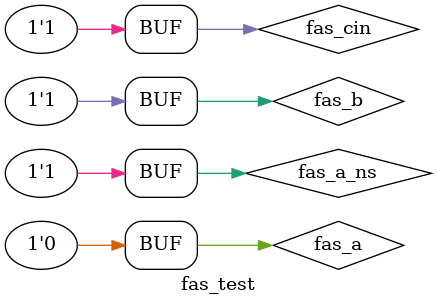
<source format=sv>
module fas_test;

// Put your code here
// ------------------
    logic fas_a;
    logic fas_b;
    logic fas_cin;
    logic fas_a_ns;
    logic fas_s;
    logic fas_cout;

    fas uut(
        .a(fas_a),
        .b(fas_b),
        .cin(fas_cin),
        .a_ns(fas_a_ns),
        .s(fas_s),
        .cout(fas_cout)
    );

    initial begin
        // 0 - 40
        // 1,1,1,1 -> 1,1
        fas_a = 1'b1;
        fas_b = 1'b1;
        fas_cin = 1'b1;
        fas_a_ns = 1'b1;

        // fas needs 30ns to stabilize
        // 40 - 80
        // 0,1,1,0 -> 0,1
        #40
        fas_a = 1'b0;
        fas_b = 1'b1;
        fas_cin = 1'b1;
        fas_a_ns = 1'b0;

        // 80 - 120
        // 1,1,1,0 -> 1,1
        #40
        fas_a = 1'b1;
        fas_b = 1'b1;
        fas_cin = 1'b1;
        fas_a_ns = 1'b0;

        // 120 - 160
        // 1,0,0,1 -> 0,1
        #40
        fas_a = 1'b1;
        fas_b = 1'b0;
        fas_cin = 1'b0;
        fas_a_ns = 1'b1;

        // 160 - 200
        // 0,1,1,1 -> 1,0
        #40
        fas_a = 1'b0;
        fas_b = 1'b1;
        fas_cin = 1'b1;
        fas_a_ns = 1'b1;

        // safety wait for easy testing
        #40;

    end

// End of your code

endmodule
</source>
